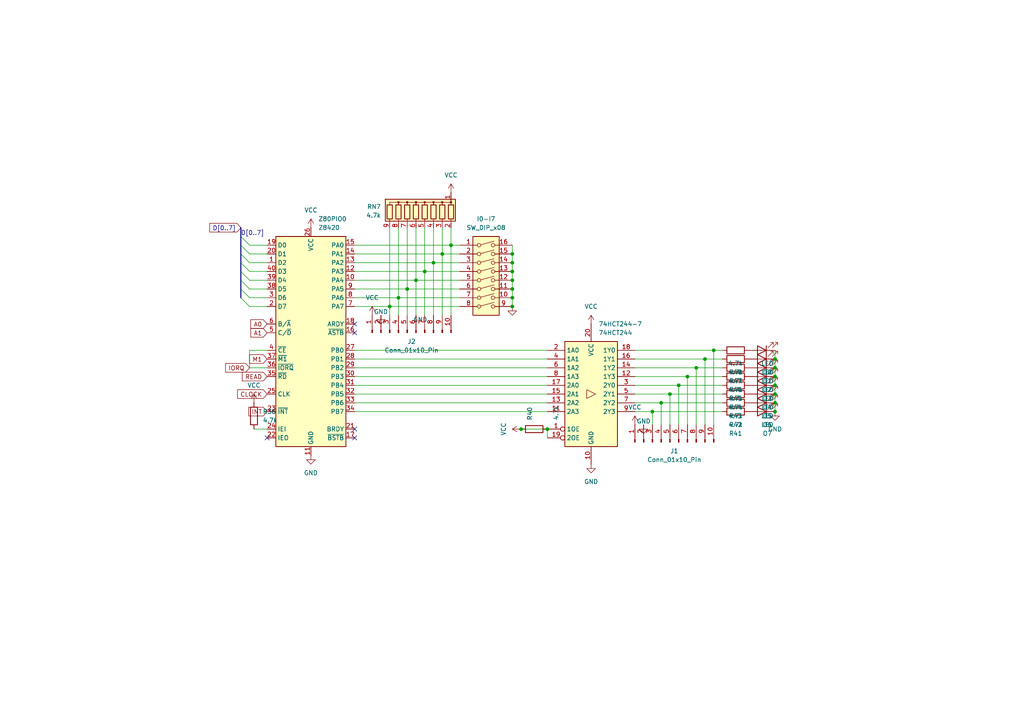
<source format=kicad_sch>
(kicad_sch (version 20250114) (generator "eeschema") (generator_version "9.0")
  (paper "A4")
  (lib_symbols
    (symbol "74xx:74HCT244"
      (property "Reference" "U" (at -7.62 16.51 0))
      (property "Value" "74HCT244" (at -7.62 -16.51 0))
      (symbol "74HCT244_1_0"
        (polyline (pts (xy 1.27 0) (xy -1.27 1.27) (xy -1.27 -1.27) (xy 1.27 0)) (stroke (width 0.1524)))
        (pin input line (at -12.7 12.7 0) (length 5.08) (name "1A0") (number "2"))
        (pin input line (at -12.7 10.16 0) (length 5.08) (name "1A1") (number "4"))
        (pin input line (at -12.7 7.62 0) (length 5.08) (name "1A2") (number "6"))
        (pin input line (at -12.7 5.08 0) (length 5.08) (name "1A3") (number "8"))
        (pin input line (at -12.7 2.54 0) (length 5.08) (name "2A0") (number "17"))
        (pin input line (at -12.7 0 0) (length 5.08) (name "2A1") (number "15"))
        (pin input line (at -12.7 -2.54 0) (length 5.08) (name "2A2") (number "13"))
        (pin input line (at -12.7 -5.08 0) (length 5.08) (name "2A3") (number "11"))
        (pin input inverted (at -12.7 -10.16 0) (length 5.08) (name "1OE") (number "1"))
        (pin input inverted (at -12.7 -12.7 0) (length 5.08) (name "2OE") (number "19"))
        (pin power_in line (at 0 20.32 270) (length 5.08) (name "VCC") (number "20"))
        (pin power_in line (at 0 -20.32 90) (length 5.08) (name "GND") (number "10"))
        (pin tri_state line (at 12.7 12.7 180) (length 5.08) (name "1Y0") (number "18"))
        (pin tri_state line (at 12.7 10.16 180) (length 5.08) (name "1Y1") (number "16"))
        (pin tri_state line (at 12.7 7.62 180) (length 5.08) (name "1Y2") (number "14"))
        (pin tri_state line (at 12.7 5.08 180) (length 5.08) (name "1Y3") (number "12"))
        (pin tri_state line (at 12.7 2.54 180) (length 5.08) (name "2Y0") (number "3"))
        (pin tri_state line (at 12.7 0 180) (length 5.08) (name "2Y1") (number "5"))
        (pin tri_state line (at 12.7 -2.54 180) (length 5.08) (name "2Y2") (number "7"))
        (pin tri_state line (at 12.7 -5.08 180) (length 5.08) (name "2Y3") (number "9"))
      )
      (symbol "74HCT244_1_1"
        (rectangle (start -7.62 15.24) (end 7.62 -15.24) (stroke (width 0.254)) (fill (type background)))
      )
    )
    (symbol "Connector:Conn_01x10_Pin" (pin_names (offset 1.016) (hide yes))
      (property "Reference" "J" (at 0 12.7 0))
      (property "Value" "Conn_01x10_Pin" (at 0 -15.24 0))
      (symbol "Conn_01x10_Pin_1_1"
        (rectangle (start 0.8636 10.287) (end 0 10.033) (stroke (width 0.1524)) (fill (type outline)))
        (rectangle (start 0.8636 7.747) (end 0 7.493) (stroke (width 0.1524)) (fill (type outline)))
        (rectangle (start 0.8636 5.207) (end 0 4.953) (stroke (width 0.1524)) (fill (type outline)))
        (rectangle (start 0.8636 2.667) (end 0 2.413) (stroke (width 0.1524)) (fill (type outline)))
        (rectangle (start 0.8636 0.127) (end 0 -0.127) (stroke (width 0.1524)) (fill (type outline)))
        (rectangle (start 0.8636 -2.413) (end 0 -2.667) (stroke (width 0.1524)) (fill (type outline)))
        (rectangle (start 0.8636 -4.953) (end 0 -5.207) (stroke (width 0.1524)) (fill (type outline)))
        (rectangle (start 0.8636 -7.493) (end 0 -7.747) (stroke (width 0.1524)) (fill (type outline)))
        (rectangle (start 0.8636 -10.033) (end 0 -10.287) (stroke (width 0.1524)) (fill (type outline)))
        (rectangle (start 0.8636 -12.573) (end 0 -12.827) (stroke (width 0.1524)) (fill (type outline)))
        (polyline (pts (xy 1.27 10.16) (xy 0.8636 10.16)) (stroke (width 0.1524)))
        (polyline (pts (xy 1.27 7.62) (xy 0.8636 7.62)) (stroke (width 0.1524)))
        (polyline (pts (xy 1.27 5.08) (xy 0.8636 5.08)) (stroke (width 0.1524)))
        (polyline (pts (xy 1.27 2.54) (xy 0.8636 2.54)) (stroke (width 0.1524)))
        (polyline (pts (xy 1.27 0) (xy 0.8636 0)) (stroke (width 0.1524)))
        (polyline (pts (xy 1.27 -2.54) (xy 0.8636 -2.54)) (stroke (width 0.1524)))
        (polyline (pts (xy 1.27 -5.08) (xy 0.8636 -5.08)) (stroke (width 0.1524)))
        (polyline (pts (xy 1.27 -7.62) (xy 0.8636 -7.62)) (stroke (width 0.1524)))
        (polyline (pts (xy 1.27 -10.16) (xy 0.8636 -10.16)) (stroke (width 0.1524)))
        (polyline (pts (xy 1.27 -12.7) (xy 0.8636 -12.7)) (stroke (width 0.1524)))
        (pin passive line (at 5.08 10.16 180) (length 3.81) (name "Pin_1") (number "1"))
        (pin passive line (at 5.08 7.62 180) (length 3.81) (name "Pin_2") (number "2"))
        (pin passive line (at 5.08 5.08 180) (length 3.81) (name "Pin_3") (number "3"))
        (pin passive line (at 5.08 2.54 180) (length 3.81) (name "Pin_4") (number "4"))
        (pin passive line (at 5.08 0 180) (length 3.81) (name "Pin_5") (number "5"))
        (pin passive line (at 5.08 -2.54 180) (length 3.81) (name "Pin_6") (number "6"))
        (pin passive line (at 5.08 -5.08 180) (length 3.81) (name "Pin_7") (number "7"))
        (pin passive line (at 5.08 -7.62 180) (length 3.81) (name "Pin_8") (number "8"))
        (pin passive line (at 5.08 -10.16 180) (length 3.81) (name "Pin_9") (number "9"))
        (pin passive line (at 5.08 -12.7 180) (length 3.81) (name "Pin_10") (number "10"))
      )
    )
    (symbol "Device:LED" (pin_numbers (hide yes)) (pin_names (offset 1.016) (hide yes))
      (property "Reference" "D" (at 0 2.54 0))
      (property "Value" "LED" (at 0 -2.54 0))
      (symbol "LED_0_1"
        (polyline (pts (xy -3.048 -0.762) (xy -4.572 -2.286) (xy -3.81 -2.286) (xy -4.572 -2.286) (xy -4.572 -1.524)))
        (polyline (pts (xy -1.778 -0.762) (xy -3.302 -2.286) (xy -2.54 -2.286) (xy -3.302 -2.286) (xy -3.302 -1.524)))
        (polyline (pts (xy -1.27 0) (xy 1.27 0)))
        (polyline (pts (xy -1.27 -1.27) (xy -1.27 1.27)) (stroke (width 0.254)))
        (polyline (pts (xy 1.27 -1.27) (xy 1.27 1.27) (xy -1.27 0) (xy 1.27 -1.27)) (stroke (width 0.254)))
      )
      (symbol "LED_1_1"
        (pin passive line (at -3.81 0 0) (length 2.54) (name "K") (number "1"))
        (pin passive line (at 3.81 0 180) (length 2.54) (name "A") (number "2"))
      )
    )
    (symbol "Device:R" (pin_numbers (hide yes)) (pin_names (offset 0))
      (property "Reference" "R" (at 2.032 0 90))
      (property "Value" "R" (at 0 0 90))
      (symbol "R_0_1"
        (rectangle (start -1.016 -2.54) (end 1.016 2.54) (stroke (width 0.254)))
      )
      (symbol "R_1_1"
        (pin passive line (at 0 3.81 270) (length 1.27) (name "~") (number "1"))
        (pin passive line (at 0 -3.81 90) (length 1.27) (name "~") (number "2"))
      )
    )
    (symbol "Device:R_Network08" (pin_names (offset 0) (hide yes))
      (property "Reference" "RN" (at -12.7 0 90))
      (property "Value" "R_Network08" (at 10.16 0 90))
      (symbol "R_Network08_0_1"
        (rectangle (start -11.43 -3.175) (end 8.89 3.175) (stroke (width 0.254)) (fill (type background)))
        (rectangle (start -10.922 1.524) (end -9.398 -2.54) (stroke (width 0.254)))
        (circle (center -10.16 2.286) (radius 0.254) (fill (type outline)))
        (polyline (pts (xy -10.16 1.524) (xy -10.16 2.286) (xy -7.62 2.286) (xy -7.62 1.524)))
        (polyline (pts (xy -10.16 -2.54) (xy -10.16 -3.81)))
        (rectangle (start -8.382 1.524) (end -6.858 -2.54) (stroke (width 0.254)))
        (circle (center -7.62 2.286) (radius 0.254) (fill (type outline)))
        (polyline (pts (xy -7.62 1.524) (xy -7.62 2.286) (xy -5.08 2.286) (xy -5.08 1.524)))
        (polyline (pts (xy -7.62 -2.54) (xy -7.62 -3.81)))
        (rectangle (start -5.842 1.524) (end -4.318 -2.54) (stroke (width 0.254)))
        (circle (center -5.08 2.286) (radius 0.254) (fill (type outline)))
        (polyline (pts (xy -5.08 1.524) (xy -5.08 2.286) (xy -2.54 2.286) (xy -2.54 1.524)))
        (polyline (pts (xy -5.08 -2.54) (xy -5.08 -3.81)))
        (rectangle (start -3.302 1.524) (end -1.778 -2.54) (stroke (width 0.254)))
        (circle (center -2.54 2.286) (radius 0.254) (fill (type outline)))
        (polyline (pts (xy -2.54 1.524) (xy -2.54 2.286) (xy 0 2.286) (xy 0 1.524)))
        (polyline (pts (xy -2.54 -2.54) (xy -2.54 -3.81)))
        (rectangle (start -0.762 1.524) (end 0.762 -2.54) (stroke (width 0.254)))
        (circle (center 0 2.286) (radius 0.254) (fill (type outline)))
        (polyline (pts (xy 0 1.524) (xy 0 2.286) (xy 2.54 2.286) (xy 2.54 1.524)))
        (polyline (pts (xy 0 -2.54) (xy 0 -3.81)))
        (rectangle (start 1.778 1.524) (end 3.302 -2.54) (stroke (width 0.254)))
        (circle (center 2.54 2.286) (radius 0.254) (fill (type outline)))
        (polyline (pts (xy 2.54 1.524) (xy 2.54 2.286) (xy 5.08 2.286) (xy 5.08 1.524)))
        (polyline (pts (xy 2.54 -2.54) (xy 2.54 -3.81)))
        (rectangle (start 4.318 1.524) (end 5.842 -2.54) (stroke (width 0.254)))
        (circle (center 5.08 2.286) (radius 0.254) (fill (type outline)))
        (polyline (pts (xy 5.08 1.524) (xy 5.08 2.286) (xy 7.62 2.286) (xy 7.62 1.524)))
        (polyline (pts (xy 5.08 -2.54) (xy 5.08 -3.81)))
        (rectangle (start 6.858 1.524) (end 8.382 -2.54) (stroke (width 0.254)))
        (polyline (pts (xy 7.62 -2.54) (xy 7.62 -3.81)))
      )
      (symbol "R_Network08_1_1"
        (pin passive line (at -10.16 5.08 270) (length 2.54) (name "common") (number "1"))
        (pin passive line (at -10.16 -5.08 90) (length 1.27) (name "R1") (number "2"))
        (pin passive line (at -7.62 -5.08 90) (length 1.27) (name "R2") (number "3"))
        (pin passive line (at -5.08 -5.08 90) (length 1.27) (name "R3") (number "4"))
        (pin passive line (at -2.54 -5.08 90) (length 1.27) (name "R4") (number "5"))
        (pin passive line (at 0 -5.08 90) (length 1.27) (name "R5") (number "6"))
        (pin passive line (at 2.54 -5.08 90) (length 1.27) (name "R6") (number "7"))
        (pin passive line (at 5.08 -5.08 90) (length 1.27) (name "R7") (number "8"))
        (pin passive line (at 7.62 -5.08 90) (length 1.27) (name "R8") (number "9"))
      )
    )
    (symbol "Interface:Z8420"
      (property "Reference" "U2" (at 2.1433 35.56 0))
      (property "Value" "Z8420" (at 2.1433 33.02 0))
      (symbol "Z8420_1_0"
        (rectangle (start -10.16 30.48) (end 10.16 -30.48) (stroke (width 0.254)) (fill (type background)))
      )
      (symbol "Z8420_1_1"
        (pin bidirectional line (at -12.7 27.94 0) (length 2.54) (name "D0") (number "19"))
        (pin bidirectional line (at -12.7 25.4 0) (length 2.54) (name "D1") (number "20"))
        (pin bidirectional line (at -12.7 22.86 0) (length 2.54) (name "D2") (number "1"))
        (pin bidirectional line (at -12.7 20.32 0) (length 2.54) (name "D3") (number "40"))
        (pin bidirectional line (at -12.7 17.78 0) (length 2.54) (name "D4") (number "39"))
        (pin bidirectional line (at -12.7 15.24 0) (length 2.54) (name "D5") (number "38"))
        (pin bidirectional line (at -12.7 12.7 0) (length 2.54) (name "D6") (number "3"))
        (pin bidirectional line (at -12.7 10.16 0) (length 2.54) (name "D7") (number "2"))
        (pin input line (at -12.7 5.08 0) (length 2.54) (name "B/~{A}") (number "6"))
        (pin input line (at -12.7 2.54 0) (length 2.54) (name "C/~{D}") (number "5"))
        (pin input line (at -12.7 -2.54 0) (length 2.54) (name "~{CE}") (number "4"))
        (pin input line (at -12.7 -5.08 0) (length 2.54) (name "~{M1}") (number "37"))
        (pin input line (at -12.7 -7.62 0) (length 2.54) (name "~{IORQ}") (number "36"))
        (pin input line (at -12.7 -10.16 0) (length 2.54) (name "~{RD}") (number "35"))
        (pin input line (at -12.7 -15.24 0) (length 2.54) (name "CLK") (number "25"))
        (pin output line (at -12.7 -20.32 0) (length 2.54) (name "~{INT}") (number "23"))
        (pin input line (at -12.7 -25.4 0) (length 2.54) (name "IEI") (number "24"))
        (pin output line (at -12.7 -27.94 0) (length 2.54) (name "IEO") (number "22"))
        (pin power_in line (at 0 33.02 270) (length 2.54) (name "VCC") (number "26"))
        (pin power_in line (at 0 -33.02 90) (length 2.54) (name "GND") (number "11"))
        (pin bidirectional line (at 12.7 27.94 180) (length 2.54) (name "PA0") (number "15"))
        (pin bidirectional line (at 12.7 25.4 180) (length 2.54) (name "PA1") (number "14"))
        (pin bidirectional line (at 12.7 22.86 180) (length 2.54) (name "PA2") (number "13"))
        (pin bidirectional line (at 12.7 20.32 180) (length 2.54) (name "PA3") (number "12"))
        (pin bidirectional line (at 12.7 17.78 180) (length 2.54) (name "PA4") (number "10"))
        (pin bidirectional line (at 12.7 15.24 180) (length 2.54) (name "PA5") (number "9"))
        (pin bidirectional line (at 12.7 12.7 180) (length 2.54) (name "PA6") (number "8"))
        (pin bidirectional line (at 12.7 10.16 180) (length 2.54) (name "PA7") (number "7"))
        (pin output line (at 12.7 5.08 180) (length 2.54) (name "ARDY") (number "18"))
        (pin input line (at 12.7 2.54 180) (length 2.54) (name "~{ASTB}") (number "16"))
        (pin bidirectional line (at 12.7 -2.54 180) (length 2.54) (name "PB0") (number "27"))
        (pin bidirectional line (at 12.7 -5.08 180) (length 2.54) (name "PB1") (number "28"))
        (pin bidirectional line (at 12.7 -7.62 180) (length 2.54) (name "PB2") (number "29"))
        (pin bidirectional line (at 12.7 -10.16 180) (length 2.54) (name "PB3") (number "30"))
        (pin bidirectional line (at 12.7 -12.7 180) (length 2.54) (name "PB4") (number "31"))
        (pin bidirectional line (at 12.7 -15.24 180) (length 2.54) (name "PB5") (number "32"))
        (pin bidirectional line (at 12.7 -17.78 180) (length 2.54) (name "PB6") (number "33"))
        (pin bidirectional line (at 12.7 -20.32 180) (length 2.54) (name "PB7") (number "34"))
        (pin output line (at 12.7 -25.4 180) (length 2.54) (name "BRDY") (number "21"))
        (pin input line (at 12.7 -27.94 180) (length 2.54) (name "~{BSTB}") (number "17"))
      )
    )
    (symbol "Switch:SW_DIP_x08" (pin_names (offset 0) (hide yes))
      (property "Reference" "SW" (at 0 13.97 0))
      (property "Value" "SW_DIP_x08" (at 0 -11.43 0))
      (symbol "SW_DIP_x08_0_0"
        (circle (center -2.032 10.16) (radius 0.508))
        (circle (center -2.032 7.62) (radius 0.508))
        (circle (center -2.032 5.08) (radius 0.508))
        (circle (center -2.032 2.54) (radius 0.508))
        (circle (center -2.032 0) (radius 0.508))
        (circle (center -2.032 -2.54) (radius 0.508))
        (circle (center -2.032 -5.08) (radius 0.508))
        (circle (center -2.032 -7.62) (radius 0.508))
        (polyline (pts (xy -1.524 10.287) (xy 2.3622 11.3284)))
        (polyline (pts (xy -1.524 7.747) (xy 2.3622 8.7884)))
        (polyline (pts (xy -1.524 5.207) (xy 2.3622 6.2484)))
        (polyline (pts (xy -1.524 2.667) (xy 2.3622 3.7084)))
        (polyline (pts (xy -1.524 0.127) (xy 2.3622 1.1684)))
        (polyline (pts (xy -1.524 -2.3876) (xy 2.3622 -1.3462)))
        (polyline (pts (xy -1.524 -4.9276) (xy 2.3622 -3.8862)))
        (polyline (pts (xy -1.524 -7.4676) (xy 2.3622 -6.4262)))
        (circle (center 2.032 10.16) (radius 0.508))
        (circle (center 2.032 7.62) (radius 0.508))
        (circle (center 2.032 5.08) (radius 0.508))
        (circle (center 2.032 2.54) (radius 0.508))
        (circle (center 2.032 0) (radius 0.508))
        (circle (center 2.032 -2.54) (radius 0.508))
        (circle (center 2.032 -5.08) (radius 0.508))
        (circle (center 2.032 -7.62) (radius 0.508))
      )
      (symbol "SW_DIP_x08_0_1"
        (rectangle (start -3.81 12.7) (end 3.81 -10.16) (stroke (width 0.254)) (fill (type background)))
      )
      (symbol "SW_DIP_x08_1_1"
        (pin passive line (at -7.62 10.16 0) (length 5.08) (name "~") (number "1"))
        (pin passive line (at -7.62 7.62 0) (length 5.08) (name "~") (number "2"))
        (pin passive line (at -7.62 5.08 0) (length 5.08) (name "~") (number "3"))
        (pin passive line (at -7.62 2.54 0) (length 5.08) (name "~") (number "4"))
        (pin passive line (at -7.62 0 0) (length 5.08) (name "~") (number "5"))
        (pin passive line (at -7.62 -2.54 0) (length 5.08) (name "~") (number "6"))
        (pin passive line (at -7.62 -5.08 0) (length 5.08) (name "~") (number "7"))
        (pin passive line (at -7.62 -7.62 0) (length 5.08) (name "~") (number "8"))
        (pin passive line (at 7.62 10.16 180) (length 5.08) (name "~") (number "16"))
        (pin passive line (at 7.62 7.62 180) (length 5.08) (name "~") (number "15"))
        (pin passive line (at 7.62 5.08 180) (length 5.08) (name "~") (number "14"))
        (pin passive line (at 7.62 2.54 180) (length 5.08) (name "~") (number "13"))
        (pin passive line (at 7.62 0 180) (length 5.08) (name "~") (number "12"))
        (pin passive line (at 7.62 -2.54 180) (length 5.08) (name "~") (number "11"))
        (pin passive line (at 7.62 -5.08 180) (length 5.08) (name "~") (number "10"))
        (pin passive line (at 7.62 -7.62 180) (length 5.08) (name "~") (number "9"))
      )
    )
    (symbol "power:GND" (power) (pin_numbers (hide yes)) (pin_names (offset 0) (hide yes))
      (property "Value" "GND" (at 0 -3.81 0))
      (symbol "GND_0_1"
        (polyline (pts (xy 0 0) (xy 0 -1.27) (xy 1.27 -1.27) (xy 0 -2.54) (xy -1.27 -1.27) (xy 0 -1.27)))
      )
      (symbol "GND_1_1"
        (pin power_in line (at 0 0 270) (length 0) (name "~") (number "1"))
      )
    )
    (symbol "power:VCC" (power) (pin_numbers (hide yes)) (pin_names (offset 0) (hide yes))
      (property "Value" "VCC" (at 0 3.556 0))
      (symbol "VCC_0_1"
        (polyline (pts (xy -0.762 1.27) (xy 0 2.54)))
        (polyline (pts (xy 0 2.54) (xy 0.762 1.27)))
        (polyline (pts (xy 0 0) (xy 0 2.54)))
      )
      (symbol "VCC_1_1"
        (pin power_in line (at 0 0 90) (length 0) (name "~") (number "1"))
      )
    )
  )
  (junction (at 207.01 101.6))
  (junction (at 118.11 83.82))
  (junction (at 194.31 114.3))
  (junction (at 148.59 73.66))
  (junction (at 196.85 111.76))
  (junction (at 151.13 124.46))
  (junction (at 128.27 73.66))
  (junction (at 148.59 86.36))
  (junction (at 148.59 83.82))
  (junction (at 199.39 109.22))
  (junction (at 148.59 88.9))
  (junction (at 224.79 116.84))
  (junction (at 148.59 78.74))
  (junction (at 158.75 124.46))
  (junction (at 120.65 81.28))
  (junction (at 123.19 78.74))
  (junction (at 115.57 86.36))
  (junction (at 201.93 106.68))
  (junction (at 224.79 104.14))
  (junction (at 125.73 76.2))
  (junction (at 224.79 119.38))
  (junction (at 130.81 71.12))
  (junction (at 148.59 76.2))
  (junction (at 224.79 111.76))
  (junction (at 204.47 104.14))
  (junction (at 191.77 116.84))
  (junction (at 224.79 106.68))
  (junction (at 148.59 81.28))
  (junction (at 224.79 114.3))
  (junction (at 224.79 109.22))
  (junction (at 113.03 88.9))
  (junction (at 189.23 119.38))
  (no_connect (at 102.87 127))
  (no_connect (at 102.87 96.52))
  (no_connect (at 77.47 127))
  (no_connect (at 102.87 124.46))
  (no_connect (at 102.87 93.98))
  (bus_entry (at 72.39 83.82) (size -2.54 -2.54))
  (bus_entry (at 72.39 71.12) (size -2.54 -2.54))
  (bus_entry (at 72.39 86.36) (size -2.54 -2.54))
  (bus_entry (at 72.39 73.66) (size -2.54 -2.54))
  (bus_entry (at 72.39 76.2) (size -2.54 -2.54))
  (bus_entry (at 72.39 88.9) (size -2.54 -2.54))
  (bus_entry (at 72.39 78.74) (size -2.54 -2.54))
  (bus_entry (at 72.39 81.28) (size -2.54 -2.54))
  (wire (pts (xy 191.77 116.84) (xy 209.55 116.84)))
  (bus (pts (xy 69.85 73.66) (xy 69.85 76.2)))
  (wire (pts (xy 184.15 109.22) (xy 199.39 109.22)))
  (wire (pts (xy 130.81 66.04) (xy 130.81 71.12)))
  (wire (pts (xy 201.93 106.68) (xy 201.93 123.19)))
  (wire (pts (xy 115.57 66.04) (xy 115.57 86.36)))
  (wire (pts (xy 224.79 114.3) (xy 224.79 111.76)))
  (wire (pts (xy 184.15 119.38) (xy 189.23 119.38)))
  (wire (pts (xy 224.79 104.14) (xy 224.79 101.6)))
  (wire (pts (xy 201.93 106.68) (xy 209.55 106.68)))
  (wire (pts (xy 120.65 66.04) (xy 120.65 81.28)))
  (wire (pts (xy 184.15 104.14) (xy 204.47 104.14)))
  (wire (pts (xy 158.75 124.46) (xy 158.75 127)))
  (bus (pts (xy 69.85 71.12) (xy 69.85 73.66)))
  (wire (pts (xy 130.81 71.12) (xy 133.35 71.12)))
  (wire (pts (xy 77.47 101.6) (xy 72.39 101.6)))
  (wire (pts (xy 184.15 111.76) (xy 196.85 111.76)))
  (wire (pts (xy 77.47 78.74) (xy 72.39 78.74)))
  (wire (pts (xy 224.79 119.38) (xy 224.79 116.84)))
  (wire (pts (xy 130.81 71.12) (xy 130.81 91.44)))
  (wire (pts (xy 189.23 119.38) (xy 209.55 119.38)))
  (wire (pts (xy 123.19 78.74) (xy 123.19 91.44)))
  (wire (pts (xy 148.59 78.74) (xy 148.59 81.28)))
  (wire (pts (xy 102.87 83.82) (xy 118.11 83.82)))
  (wire (pts (xy 77.47 106.68) (xy 72.39 106.68)))
  (bus (pts (xy 69.85 66.04) (xy 69.85 68.58)))
  (wire (pts (xy 184.15 101.6) (xy 207.01 101.6)))
  (wire (pts (xy 113.03 66.04) (xy 113.03 88.9)))
  (wire (pts (xy 102.87 73.66) (xy 128.27 73.66)))
  (wire (pts (xy 102.87 111.76) (xy 158.75 111.76)))
  (wire (pts (xy 184.15 106.68) (xy 201.93 106.68)))
  (wire (pts (xy 148.59 73.66) (xy 148.59 76.2)))
  (wire (pts (xy 148.59 86.36) (xy 148.59 88.9)))
  (wire (pts (xy 77.47 73.66) (xy 72.39 73.66)))
  (wire (pts (xy 148.59 81.28) (xy 148.59 83.82)))
  (wire (pts (xy 77.47 88.9) (xy 72.39 88.9)))
  (wire (pts (xy 194.31 114.3) (xy 194.31 123.19)))
  (wire (pts (xy 102.87 71.12) (xy 130.81 71.12)))
  (bus (pts (xy 69.85 81.28) (xy 69.85 83.82)))
  (wire (pts (xy 113.03 88.9) (xy 113.03 91.44)))
  (wire (pts (xy 194.31 114.3) (xy 209.55 114.3)))
  (wire (pts (xy 204.47 104.14) (xy 204.47 123.19)))
  (wire (pts (xy 102.87 101.6) (xy 158.75 101.6)))
  (wire (pts (xy 102.87 109.22) (xy 158.75 109.22)))
  (wire (pts (xy 204.47 104.14) (xy 209.55 104.14)))
  (wire (pts (xy 184.15 114.3) (xy 194.31 114.3)))
  (wire (pts (xy 224.79 109.22) (xy 224.79 106.68)))
  (wire (pts (xy 118.11 83.82) (xy 118.11 91.44)))
  (wire (pts (xy 123.19 78.74) (xy 133.35 78.74)))
  (wire (pts (xy 196.85 111.76) (xy 196.85 123.19)))
  (wire (pts (xy 148.59 71.12) (xy 148.59 73.66)))
  (wire (pts (xy 199.39 109.22) (xy 199.39 123.19)))
  (wire (pts (xy 102.87 81.28) (xy 120.65 81.28)))
  (wire (pts (xy 113.03 88.9) (xy 133.35 88.9)))
  (wire (pts (xy 224.79 116.84) (xy 224.79 114.3)))
  (bus (pts (xy 69.85 83.82) (xy 69.85 86.36)))
  (wire (pts (xy 102.87 78.74) (xy 123.19 78.74)))
  (wire (pts (xy 120.65 81.28) (xy 133.35 81.28)))
  (wire (pts (xy 102.87 106.68) (xy 158.75 106.68)))
  (wire (pts (xy 102.87 76.2) (xy 125.73 76.2)))
  (bus (pts (xy 69.85 68.58) (xy 69.85 71.12)))
  (wire (pts (xy 123.19 66.04) (xy 123.19 78.74)))
  (wire (pts (xy 77.47 71.12) (xy 72.39 71.12)))
  (wire (pts (xy 102.87 119.38) (xy 158.75 119.38)))
  (wire (pts (xy 224.79 111.76) (xy 224.79 109.22)))
  (wire (pts (xy 191.77 116.84) (xy 191.77 123.19)))
  (wire (pts (xy 207.01 101.6) (xy 209.55 101.6)))
  (wire (pts (xy 148.59 83.82) (xy 148.59 86.36)))
  (wire (pts (xy 102.87 116.84) (xy 158.75 116.84)))
  (wire (pts (xy 73.66 124.46) (xy 77.47 124.46)))
  (wire (pts (xy 118.11 83.82) (xy 133.35 83.82)))
  (wire (pts (xy 115.57 86.36) (xy 133.35 86.36)))
  (wire (pts (xy 72.39 101.6) (xy 72.39 106.68)))
  (wire (pts (xy 102.87 114.3) (xy 158.75 114.3)))
  (wire (pts (xy 128.27 73.66) (xy 128.27 91.44)))
  (wire (pts (xy 125.73 76.2) (xy 125.73 91.44)))
  (wire (pts (xy 158.75 124.46) (xy 151.13 124.46)))
  (wire (pts (xy 189.23 119.38) (xy 189.23 123.19)))
  (wire (pts (xy 102.87 104.14) (xy 158.75 104.14)))
  (wire (pts (xy 196.85 111.76) (xy 209.55 111.76)))
  (bus (pts (xy 69.85 76.2) (xy 69.85 78.74)))
  (wire (pts (xy 148.59 76.2) (xy 148.59 78.74)))
  (wire (pts (xy 102.87 88.9) (xy 113.03 88.9)))
  (bus (pts (xy 69.85 78.74) (xy 69.85 81.28)))
  (wire (pts (xy 128.27 73.66) (xy 133.35 73.66)))
  (wire (pts (xy 115.57 86.36) (xy 115.57 91.44)))
  (wire (pts (xy 199.39 109.22) (xy 209.55 109.22)))
  (wire (pts (xy 102.87 86.36) (xy 115.57 86.36)))
  (wire (pts (xy 77.47 81.28) (xy 72.39 81.28)))
  (wire (pts (xy 184.15 116.84) (xy 191.77 116.84)))
  (wire (pts (xy 77.47 76.2) (xy 72.39 76.2)))
  (wire (pts (xy 224.79 106.68) (xy 224.79 104.14)))
  (wire (pts (xy 120.65 81.28) (xy 120.65 91.44)))
  (wire (pts (xy 207.01 101.6) (xy 207.01 123.19)))
  (wire (pts (xy 125.73 76.2) (xy 133.35 76.2)))
  (wire (pts (xy 77.47 83.82) (xy 72.39 83.82)))
  (wire (pts (xy 118.11 66.04) (xy 118.11 83.82)))
  (wire (pts (xy 128.27 66.04) (xy 128.27 73.66)))
  (wire (pts (xy 125.73 66.04) (xy 125.73 76.2)))
  (wire (pts (xy 77.47 86.36) (xy 72.39 86.36)))
  (label "D[0..7]" (at 69.85 68.58 0))
  (global_label "INT" (shape input) (at 77.47 119.38 180) (property "Intersheetrefs" "${INTERSHEET_REFS}" (effects (hide yes))))
  (global_label "D[0..7]" (shape input) (at 69.85 66.04 180) (property "Intersheetrefs" "${INTERSHEET_REFS}" (effects (hide yes))))
  (global_label "M1" (shape input) (at 77.47 104.14 180) (property "Intersheetrefs" "${INTERSHEET_REFS}" (effects (hide yes))))
  (global_label "IORQ" (shape input) (at 72.39 106.68 180) (property "Intersheetrefs" "${INTERSHEET_REFS}" (effects (hide yes))))
  (global_label "READ" (shape input) (at 77.47 109.22 180) (property "Intersheetrefs" "${INTERSHEET_REFS}" (effects (hide yes))))
  (global_label "A0" (shape input) (at 77.47 93.98 180) (property "Intersheetrefs" "${INTERSHEET_REFS}" (effects (hide yes))))
  (global_label "CLOCK" (shape input) (at 77.47 114.3 180) (property "Intersheetrefs" "${INTERSHEET_REFS}" (effects (hide yes))))
  (global_label "A1" (shape input) (at 77.47 96.52 180) (property "Intersheetrefs" "${INTERSHEET_REFS}" (effects (hide yes))))
  (symbol (lib_id "Device:R") (at 213.36 116.84 270) (unit 1)
    (property "Reference" "R42" (at 213.36 123.19 90))
    (property "Value" "4.7k" (at 213.36 120.65 90))
    (property "Footprint" "Resistor_THT:R_Axial_DIN0204_L3.6mm_D1.6mm_P7.62mm_Horizontal" (effects (hide yes)))
    (property "Description" "Resistor" (effects (hide yes)))
  )
  (symbol (lib_id "Device:R_Network08") (at 120.65 60.96 0) (mirror y) (unit 1)
    (property "Reference" "RN7" (at 110.49 59.9439 0) (effects (justify left)))
    (property "Value" "4.7k" (at 110.49 62.4839 0) (effects (justify left)))
    (property "Footprint" "Resistor_THT:R_Array_SIP9" (effects (hide yes)))
    (property "Datasheet" "http://www.vishay.com/docs/31509/csc.pdf" (effects (hide yes)))
    (property "Description" "8 resistor network, star topology, bussed resistors, small symbol" (effects (hide yes)))
  )
  (symbol (lib_id "power:GND") (at 90.17 132.08 0) (unit 1)
    (property "Reference" "#PWR031" (effects (hide yes)))
    (property "Value" "GND" (at 90.17 137.16 0))
    (property "Description" "Power symbol creates a global label with name \"GND\" , ground" (effects (hide yes)))
  )
  (symbol (lib_id "power:GND") (at 148.59 88.9 0) (unit 1)
    (property "Reference" "#PWR057" (effects (hide yes)))
    (property "Value" "GND" (at 121.92 92.71 0))
    (property "Description" "Power symbol creates a global label with name \"GND\" , ground" (effects (hide yes)))
  )
  (symbol (lib_id "Switch:SW_DIP_x08") (at 140.97 81.28 0) (unit 1)
    (property "Reference" "I0-I7" (at 140.97 63.5 0))
    (property "Value" "SW_DIP_x08" (at 140.97 66.04 0))
    (property "Footprint" "Package_DIP:DIP-16_W7.62mm_Socket" (effects (hide yes)))
    (property "Description" "8x DIP Switch, Single Pole Single Throw (SPST) switch, small symbol" (effects (hide yes)))
  )
  (symbol (lib_id "Connector:Conn_01x10_Pin") (at 194.31 128.27 90) (unit 1)
    (property "Reference" "J1" (at 195.58 130.81 90))
    (property "Value" "Conn_01x10_Pin" (at 195.58 133.35 90))
    (property "Footprint" "Connector_PinHeader_2.54mm:PinHeader_1x10_P2.54mm_Vertical" (effects (hide yes)))
    (property "Description" "Generic connector, single row, 01x10, script generated" (effects (hide yes)))
  )
  (symbol (lib_id "Device:LED") (at 220.98 111.76 180) (unit 1)
    (property "Reference" "O4" (at 222.5675 118.11 0))
    (property "Value" "LED" (at 222.5675 115.57 0))
    (property "Footprint" "LED_THT:LED_D3.0mm" (effects (hide yes)))
    (property "Description" "Light emitting diode" (effects (hide yes)))
    (property "Sim.Pins" "1=K 2=A" (effects (hide yes)))
  )
  (symbol (lib_id "power:GND") (at 171.45 134.62 0) (unit 1)
    (property "Reference" "#PWR063" (effects (hide yes)))
    (property "Value" "GND" (at 171.45 139.7 0))
    (property "Description" "Power symbol creates a global label with name \"GND\" , ground" (effects (hide yes)))
  )
  (symbol (lib_id "power:VCC") (at 151.13 124.46 90) (unit 1)
    (property "Reference" "#PWR046" (effects (hide yes)))
    (property "Value" "VCC" (at 146.05 124.46 0))
    (property "Description" "Power symbol creates a global label with name \"VCC\"" (effects (hide yes)))
  )
  (symbol (lib_id "Device:LED") (at 220.98 119.38 180) (unit 1)
    (property "Reference" "O7" (at 222.5675 125.73 0))
    (property "Value" "LED" (at 222.5675 123.19 0))
    (property "Footprint" "LED_THT:LED_D3.0mm" (effects (hide yes)))
    (property "Description" "Light emitting diode" (effects (hide yes)))
    (property "Sim.Pins" "1=K 2=A" (effects (hide yes)))
  )
  (symbol (lib_id "power:VCC") (at 73.66 116.84 0) (unit 1)
    (property "Reference" "#PWR029" (effects (hide yes)))
    (property "Value" "VCC" (at 73.66 111.76 0))
    (property "Description" "Power symbol creates a global label with name \"VCC\"" (effects (hide yes)))
  )
  (symbol (lib_id "Device:R") (at 73.66 120.65 0) (unit 1)
    (property "Reference" "R36" (at 76.2 119.3799 0) (effects (justify left)))
    (property "Value" "4.7k" (at 76.2 121.9199 0) (effects (justify left)))
    (property "Footprint" "Resistor_THT:R_Axial_DIN0204_L3.6mm_D1.6mm_P7.62mm_Horizontal" (effects (hide yes)))
    (property "Description" "Resistor" (effects (hide yes)))
  )
  (symbol (lib_id "power:VCC") (at 90.17 66.04 0) (unit 1)
    (property "Reference" "#PWR030" (effects (hide yes)))
    (property "Value" "VCC" (at 90.17 60.96 0))
    (property "Description" "Power symbol creates a global label with name \"VCC\"" (effects (hide yes)))
  )
  (symbol (lib_id "Device:R") (at 213.36 101.6 270) (unit 1)
    (property "Reference" "R48" (at 213.36 107.95 90))
    (property "Value" "4.7k" (at 213.36 105.41 90))
    (property "Footprint" "Resistor_THT:R_Axial_DIN0204_L3.6mm_D1.6mm_P7.62mm_Horizontal" (effects (hide yes)))
    (property "Description" "Resistor" (effects (hide yes)))
  )
  (symbol (lib_id "power:GND") (at 110.49 91.44 0) (unit 1)
    (property "Reference" "#PWR060" (effects (hide yes)))
    (property "Value" "GND" (at 110.49 90.424 0))
    (property "Description" "Power symbol creates a global label with name \"GND\" , ground" (effects (hide yes)))
  )
  (symbol (lib_id "Device:R") (at 213.36 109.22 270) (unit 1)
    (property "Reference" "R45" (at 213.36 115.57 90))
    (property "Value" "4.7k" (at 213.36 113.03 90))
    (property "Footprint" "Resistor_THT:R_Axial_DIN0204_L3.6mm_D1.6mm_P7.62mm_Horizontal" (effects (hide yes)))
    (property "Description" "Resistor" (effects (hide yes)))
  )
  (symbol (lib_id "Device:LED") (at 220.98 109.22 180) (unit 1)
    (property "Reference" "O3" (at 222.5675 115.57 0))
    (property "Value" "LED" (at 222.5675 113.03 0))
    (property "Footprint" "LED_THT:LED_D3.0mm" (effects (hide yes)))
    (property "Description" "Light emitting diode" (effects (hide yes)))
    (property "Sim.Pins" "1=K 2=A" (effects (hide yes)))
  )
  (symbol (lib_id "Device:LED") (at 220.98 114.3 180) (unit 1)
    (property "Reference" "O5" (at 222.5675 120.65 0))
    (property "Value" "LED" (at 222.5675 118.11 0))
    (property "Footprint" "LED_THT:LED_D3.0mm" (effects (hide yes)))
    (property "Description" "Light emitting diode" (effects (hide yes)))
    (property "Sim.Pins" "1=K 2=A" (effects (hide yes)))
  )
  (symbol (lib_id "power:VCC") (at 184.15 123.19 0) (unit 1)
    (property "Reference" "#PWR052" (effects (hide yes)))
    (property "Value" "VCC" (at 184.15 118.11 0))
    (property "Description" "Power symbol creates a global label with name \"VCC\"" (effects (hide yes)))
  )
  (symbol (lib_id "power:GND") (at 186.69 123.19 0) (unit 1)
    (property "Reference" "#PWR061" (effects (hide yes)))
    (property "Value" "GND" (at 186.69 122.174 0))
    (property "Description" "Power symbol creates a global label with name \"GND\" , ground" (effects (hide yes)))
  )
  (symbol (lib_id "Device:R") (at 154.94 124.46 90) (unit 1)
    (property "Reference" "R40" (at 153.6699 121.92 0) (effects (justify left)))
    (property "Value" "4.7k" (at 161.2899 121.92 0) (effects (justify left)))
    (property "Footprint" "Resistor_THT:R_Axial_DIN0204_L3.6mm_D1.6mm_P7.62mm_Horizontal" (effects (hide yes)))
    (property "Description" "Resistor" (effects (hide yes)))
  )
  (symbol (lib_id "Device:R") (at 213.36 119.38 270) (unit 1)
    (property "Reference" "R41" (at 213.36 125.73 90))
    (property "Value" "4.7k" (at 213.36 123.19 90))
    (property "Footprint" "Resistor_THT:R_Axial_DIN0204_L3.6mm_D1.6mm_P7.62mm_Horizontal" (effects (hide yes)))
    (property "Description" "Resistor" (effects (hide yes)))
  )
  (symbol (lib_id "Device:R") (at 213.36 106.68 270) (unit 1)
    (property "Reference" "R46" (at 213.36 113.03 90))
    (property "Value" "4.7k" (at 213.36 110.49 90))
    (property "Footprint" "Resistor_THT:R_Axial_DIN0204_L3.6mm_D1.6mm_P7.62mm_Horizontal" (effects (hide yes)))
    (property "Description" "Resistor" (effects (hide yes)))
  )
  (symbol (lib_id "74xx:74HCT244") (at 171.45 114.3 0) (unit 1)
    (property "Reference" "74HCT244-7" (at 173.5933 93.98 0) (effects (justify left)))
    (property "Value" "74HCT244" (at 173.5933 96.52 0) (effects (justify left)))
    (property "Footprint" "Package_DIP:DIP-20_W7.62mm_Socket" (effects (hide yes)))
    (property "Datasheet" "https://assets.nexperia.com/documents/data-sheet/74HC_HCT244.pdf" (effects (hide yes)))
    (property "Description" "8-bit Buffer/Line Driver 3-state" (effects (hide yes)))
  )
  (symbol (lib_id "Device:R") (at 213.36 104.14 270) (unit 1)
    (property "Reference" "R47" (at 213.36 110.49 90))
    (property "Value" "4.7k" (at 213.36 107.95 90))
    (property "Footprint" "Resistor_THT:R_Axial_DIN0204_L3.6mm_D1.6mm_P7.62mm_Horizontal" (effects (hide yes)))
    (property "Description" "Resistor" (effects (hide yes)))
  )
  (symbol (lib_id "power:VCC") (at 107.95 91.44 0) (unit 1)
    (property "Reference" "#PWR049" (effects (hide yes)))
    (property "Value" "VCC" (at 107.95 86.36 0))
    (property "Description" "Power symbol creates a global label with name \"VCC\"" (effects (hide yes)))
  )
  (symbol (lib_id "power:VCC") (at 171.45 93.98 0) (unit 1)
    (property "Reference" "#PWR062" (effects (hide yes)))
    (property "Value" "VCC" (at 171.45 88.9 0))
    (property "Description" "Power symbol creates a global label with name \"VCC\"" (effects (hide yes)))
  )
  (symbol (lib_id "Device:LED") (at 220.98 106.68 180) (unit 1)
    (property "Reference" "O2" (at 222.5675 113.03 0))
    (property "Value" "LED" (at 222.5675 110.49 0))
    (property "Footprint" "LED_THT:LED_D3.0mm" (effects (hide yes)))
    (property "Description" "Light emitting diode" (effects (hide yes)))
    (property "Sim.Pins" "1=K 2=A" (effects (hide yes)))
  )
  (symbol (lib_id "Device:R") (at 213.36 114.3 270) (unit 1)
    (property "Reference" "R43" (at 213.36 120.65 90))
    (property "Value" "4.7k" (at 213.36 118.11 90))
    (property "Footprint" "Resistor_THT:R_Axial_DIN0204_L3.6mm_D1.6mm_P7.62mm_Horizontal" (effects (hide yes)))
    (property "Description" "Resistor" (effects (hide yes)))
  )
  (symbol (lib_id "Device:R") (at 213.36 111.76 270) (unit 1)
    (property "Reference" "R44" (at 213.36 118.11 90))
    (property "Value" "4.7k" (at 213.36 115.57 90))
    (property "Footprint" "Resistor_THT:R_Axial_DIN0204_L3.6mm_D1.6mm_P7.62mm_Horizontal" (effects (hide yes)))
    (property "Description" "Resistor" (effects (hide yes)))
  )
  (symbol (lib_id "Interface:Z8420") (at 90.17 99.06 0) (unit 1)
    (property "Reference" "Z80PIO0" (at 92.3133 63.5 0) (effects (justify left)))
    (property "Value" "Z8420" (at 92.3133 66.04 0) (effects (justify left)))
    (property "Footprint" "Package_DIP:DIP-40_W15.24mm_Socket" (effects (hide yes)))
    (property "Datasheet" "https://www.zilog.com/appnotes_download.php?FromPage=DirectLink&dn=PS0180&ft=Product%20Specification%20(Data%20Sheet)%20%20&f=YUhSMGNEb3ZMM2QzZHk1NmFXeHZaeTVqYjIwdlpHOWpjeTk2T0RBdmNITXdNVGd3TG5Ca1pnPT0=" (effects (hide yes)))
    (property "Description" "Parallel I/O, DIP-40" (effects (hide yes)))
  )
  (symbol (lib_id "Connector:Conn_01x10_Pin") (at 118.11 96.52 90) (unit 1)
    (property "Reference" "J2" (at 119.38 99.06 90))
    (property "Value" "Conn_01x10_Pin" (at 119.38 101.6 90))
    (property "Footprint" "Connector_PinHeader_2.54mm:PinHeader_1x10_P2.54mm_Vertical" (effects (hide yes)))
    (property "Description" "Generic connector, single row, 01x10, script generated" (effects (hide yes)))
  )
  (symbol (lib_id "Device:LED") (at 220.98 116.84 180) (unit 1)
    (property "Reference" "O6" (at 222.5675 123.19 0))
    (property "Value" "LED" (at 222.5675 120.65 0))
    (property "Footprint" "LED_THT:LED_D3.0mm" (effects (hide yes)))
    (property "Description" "Light emitting diode" (effects (hide yes)))
    (property "Sim.Pins" "1=K 2=A" (effects (hide yes)))
  )
  (symbol (lib_id "Device:LED") (at 220.98 104.14 180) (unit 1)
    (property "Reference" "O1" (at 222.5675 110.49 0))
    (property "Value" "LED" (at 222.5675 107.95 0))
    (property "Footprint" "LED_THT:LED_D3.0mm" (effects (hide yes)))
    (property "Description" "Light emitting diode" (effects (hide yes)))
    (property "Sim.Pins" "1=K 2=A" (effects (hide yes)))
  )
  (symbol (lib_id "Device:LED") (at 220.98 101.6 180) (unit 1)
    (property "Reference" "O0" (at 222.5675 107.95 0))
    (property "Value" "LED" (at 222.5675 105.41 0))
    (property "Footprint" "LED_THT:LED_D3.0mm" (effects (hide yes)))
    (property "Description" "Light emitting diode" (effects (hide yes)))
    (property "Sim.Pins" "1=K 2=A" (effects (hide yes)))
  )
  (symbol (lib_id "power:GND") (at 224.79 119.38 0) (unit 1)
    (property "Reference" "#PWR035" (effects (hide yes)))
    (property "Value" "GND" (at 224.79 124.46 0))
    (property "Description" "Power symbol creates a global label with name \"GND\" , ground" (effects (hide yes)))
  )
  (symbol (lib_id "power:VCC") (at 130.81 55.88 0) (unit 1)
    (property "Reference" "#PWR053" (effects (hide yes)))
    (property "Value" "VCC" (at 130.81 50.8 0))
    (property "Description" "Power symbol creates a global label with name \"VCC\"" (effects (hide yes)))
  )
)
</source>
